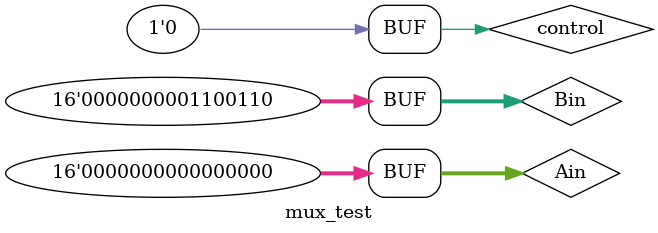
<source format=v>
`timescale 1ns / 1ps

module mux_test;

	reg [15:0] Ain;
	reg [15:0] Bin;
	reg control;
	wire [15:0] mux_out;

	mux#(16) uut (
		.Ain(Ain), 
		.Bin(Bin), 
		.control(control), 
		.mux_out(mux_out)
	);

	initial begin
			
		Ain <= 0;
		Bin <= 12;
		control <= 1;
        #10;
        Ain <= 23;
                Bin <= 12;
                control <= 1;
                #10;
                Ain <= 0;
                        Bin <= 1222;
                        control <= 1;
                        #10;
                        Ain <= 0234;
                                Bin <= 312;
                                control <= 0;
                                #10;
                                Ain <= 1231;
                                        Bin <= 12;
                                        control <= 1;
                                        #10;
                                        Ain <= 0;
                                                Bin <= 102;
                                                control <= 0;
                                                #10;

	end
      
endmodule


</source>
